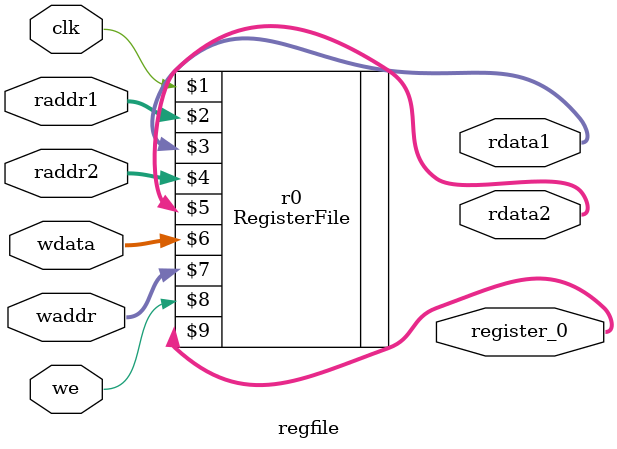
<source format=v>
module regfile (
    
    input wire clk,

    input wire[4:0] raddr1,
    output wire[31:0] rdata1,

    input wire[4:0] raddr2,
    output wire[31:0] rdata2,

    input wire we,
    input wire [4:0] waddr,
    input wire [31:0] wdata,

    output wire[31:0] register_0

);

    // reg[31:0] regfiles[31:0];
    
    // always @(posedge clk) begin
    //     if(we)begin
    //         regfiles[waddr] <= wdata;
    //     end
    // end

    // assign rdata1 = (raddr1 == 5'b0) ? 32'b0 : regfiles[raddr1];
    // assign rdata2 = (raddr2 == 5'b0) ? 32'b0 : regfiles[raddr2];

    RegisterFile #(5,32) r0 (clk,raddr1[4:0],rdata1[31:0],raddr2[4:0],rdata2[31:0],wdata[31:0],waddr[4:0],we,register_0[31:0]);

endmodule
</source>
